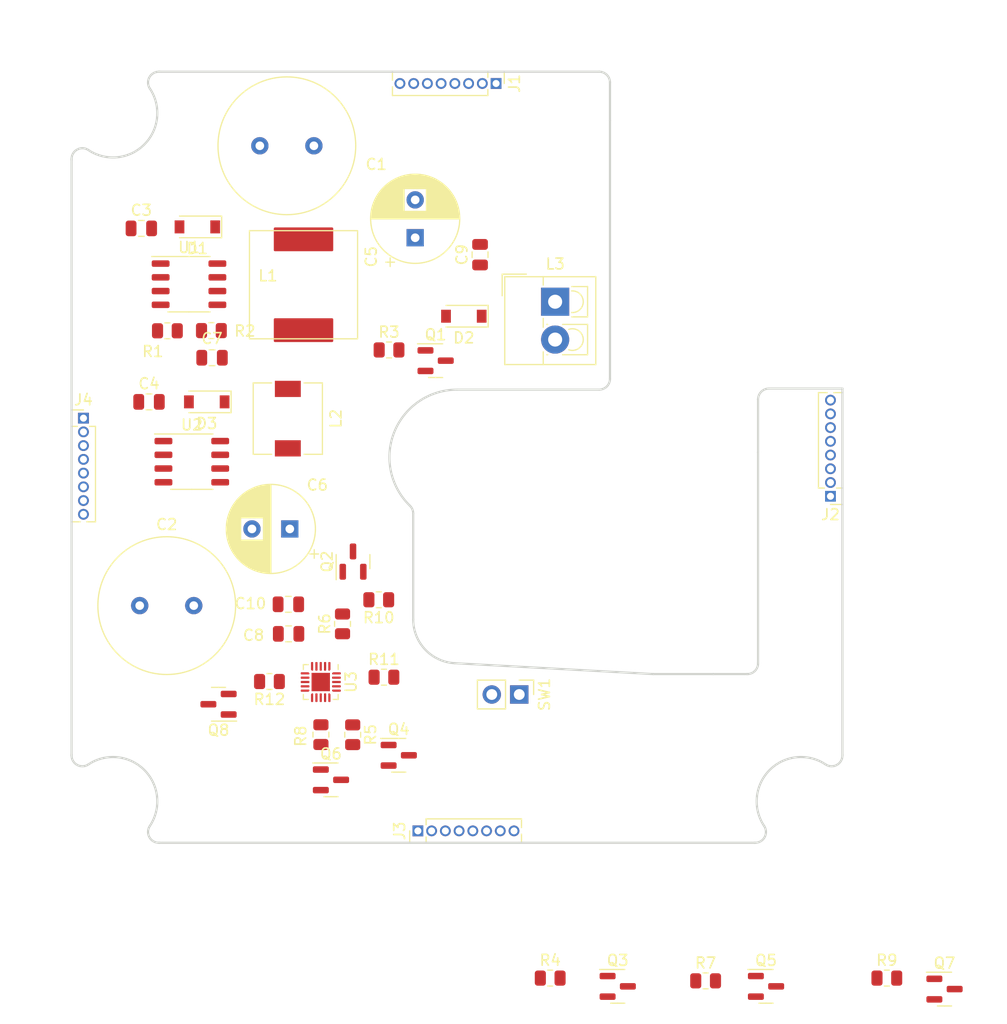
<source format=kicad_pcb>
(kicad_pcb (version 20211014) (generator pcbnew)
  (layers (0 "F.Cu" signal) (31 "B.Cu" signal) (34 "B.Paste" user) (35 "F.Paste" user) (36 "B.SilkS" user "B.Silkscreen") (37 "F.SilkS" user "F.Silkscreen") (38 "B.Mask" user) (39 "F.Mask" user) (44 "Edge.Cuts" user))
  (net 0 "")
  (net 1 "VBUS")
  (net 2 "GND")
  (net 3 "5V")
  (net 4 "24V")
  (net 5 "FB")
  (net 6 "LED0")
  (net 7 "R")
  (net 8 "B")
  (net 9 "SEL0")
  (net 10 "GDA")
  (net 11 "G")
  (net 12 "LED1")
  (net 13 "SEL1")
  (net 14 "LED2")
  (net 15 "SEL2")
  (net 16 "LED3")
  (net 17 "SEL3")
  (net 18 "SOL_EN")
  (net 19 "Net-(Q2-Pad1)")
  (net 20 "Net-(Q3-Pad1)")
  (net 21 "Net-(Q5-Pad1)")
  (net 22 "R_PWM")
  (net 23 "G_PWM")
  (net 24 "B_PWM")
  (net 25 "LED0_PWM")
  (net 26 "LED1_PWM")
  (net 27 "LED2_PWM")
  (net 28 "LED3_PWM")
  (net 30 "Net-(Q7-Pad1)")
  (net 31 "CAB_STATE")
  (net 32 "24V_EN")
  (net 33 "Net-(D2-Pad2)")
  (net 34 "UPDI")
  (net 35 "RxD")
  (net 36 "Net-(D3-Pad1)")
  (net 37 "Net-(Q1-Pad1)")
  (net 38 "Net-(R11-Pad1)")
  (net 39 "Net-(L1-Pad1)")
  (net 40 "Net-(R5-Pad2)")
  (net 41 "Net-(R8-Pad2)")
  (net 42 "Net-(R12-Pad2)")
  (footprint "Capacitor_SMD:C_0805_2012Metric" (layer "F.Cu") (at 78.9 95.38 180)
    (fp_text reference "C8" (at 3.24 -0.13) (layer "F.SilkS"))
    (fp_text value "1uF")
    (pad "1" smd roundrect (at -0.95 0 180) (size 1 1.45) (layers "F.Cu" "F.Paste" "F.Mask") (net 3 "5V"))
    (pad "2" smd roundrect (at 0.95 0 180) (size 1 1.45) (layers "F.Cu" "F.Paste" "F.Mask") (net 2 "GND"))
  )
  (footprint "Resistor_SMD:R_0805_2012Metric" (layer "F.Cu") (at 103.0975 127.214)
    (fp_text reference "R4" (at 0 -1.65) (layer "F.SilkS"))
    (fp_text value "1k")
    (pad "1" smd roundrect (at -0.9125 0) (size 1.025 1.4) (layers "F.Cu" "F.Paste" "F.Mask") (roundrect_rratio 0.243902) (net 22 "R_PWM"))
    (pad "2" smd roundrect (at 0.9125 0) (size 1.025 1.4) (layers "F.Cu" "F.Paste" "F.Mask") (roundrect_rratio 0.243902) (net 20 "Net-(Q3-Pad1)"))
  )
  (footprint "Package_DFN_QFN:VQFN-20-1EP_3x3mm_P0.4mm_EP1.7x1.7mm" (layer "F.Cu") (at 81.875 99.835 -90)
    (fp_text reference "U3" (at 0 -2.8 90) (layer "F.SilkS"))
    (fp_text value " ATTINY1616-MNR")
    (pad "1" smd custom (at -1.45 -0.8 270) (size 0.143431 0.143431) (layers "F.Cu" "F.Paste" "F.Mask") (net 18 "SOL_EN") (options (clearance outline) (anchor circle)) (primitives (gr_poly (pts (xy 0.35 0.000711) (xy 0.35 0.05) (xy -0.35 0.05) (xy -0.35 -0.05) (xy 0.299289 -0.05)) (width 0.1) (fill yes))))
    (pad "2" smd roundrect (at -1.45 -0.4 270) (size 0.8 0.2) (layers "F.Cu" "F.Paste" "F.Mask") (net 32 "24V_EN"))
    (pad "3" smd roundrect (at -1.45 0 270) (size 0.8 0.2) (layers "F.Cu" "F.Paste" "F.Mask") (net 2 "GND"))
    (pad "4" smd roundrect (at -1.45 0.4 270) (size 0.8 0.2) (layers "F.Cu" "F.Paste" "F.Mask") (net 3 "5V"))
    (pad "5" smd custom (at -1.45 0.8 270) (size 0.143431 0.143431) (layers "F.Cu" "F.Paste" "F.Mask") (net 24 "B_PWM") (options (clearance outline) (anchor circle)) (primitives (gr_poly (pts (xy 0.35 -0.000711) (xy 0.299289 0.05) (xy -0.35 0.05) (xy -0.35 -0.05) (xy 0.35 -0.05)) (width 0.1) (fill yes))))
    (pad "6" smd custom (at -0.8 1.45 270) (size 0.143431 0.143431) (layers "F.Cu" "F.Paste" "F.Mask") (net 22 "R_PWM") (options (clearance outline) (anchor circle)) (primitives (gr_poly (pts (xy 0.05 0.35) (xy -0.05 0.35) (xy -0.05 -0.299289) (xy 0.000711 -0.35) (xy 0.05 -0.35)) (width 0.1) (fill yes))))
    (pad "7" smd roundrect (at -0.4 1.45 270) (size 0.2 0.8) (layers "F.Cu" "F.Paste" "F.Mask") (net 23 "G_PWM"))
    (pad "8" smd roundrect (at 0 1.45 270) (size 0.2 0.8) (layers "F.Cu" "F.Paste" "F.Mask") (net 28 "LED3_PWM"))
    (pad "9" smd roundrect (at 0.4 1.45 270) (size 0.2 0.8) (layers "F.Cu" "F.Paste" "F.Mask"))
    (pad "10" smd custom (at 0.8 1.45 270) (size 0.143431 0.143431) (layers "F.Cu" "F.Paste" "F.Mask") (net 31 "CAB_STATE") (options (clearance outline) (anchor circle)) (primitives (gr_poly (pts (xy 0.05 -0.299289) (xy 0.05 0.35) (xy -0.05 0.35) (xy -0.05 -0.35) (xy -0.000711 -0.35)) (width 0.1) (fill yes))))
    (pad "11" smd custom (at 1.45 0.8 270) (size 0.143431 0.143431) (layers "F.Cu" "F.Paste" "F.Mask") (net 35 "RxD") (options (clearance outline) (anchor circle)) (primitives (gr_poly (pts (xy 0.35 0.05) (xy -0.299289 0.05) (xy -0.35 -0.000711) (xy -0.35 -0.05) (xy 0.35 -0.05)) (width 0.1) (fill yes))))
    (pad "12" smd roundrect (at 1.45 0.4 270) (size 0.8 0.2) (layers "F.Cu" "F.Paste" "F.Mask") (net 10 "GDA"))
    (pad "13" smd roundrect (at 1.45 0 270) (size 0.8 0.2) (layers "F.Cu" "F.Paste" "F.Mask") (net 27 "LED2_PWM"))
    (pad "14" smd roundrect (at 1.45 -0.4 270) (size 0.8 0.2) (layers "F.Cu" "F.Paste" "F.Mask") (net 26 "LED1_PWM"))
    (pad "15" smd custom (at 1.45 -0.8 270) (size 0.143431 0.143431) (layers "F.Cu" "F.Paste" "F.Mask") (net 9 "SEL0") (options (clearance outline) (anchor circle)) (primitives (gr_poly (pts (xy 0.35 0.05) (xy -0.35 0.05) (xy -0.35 0.000711) (xy -0.299289 -0.05) (xy 0.35 -0.05)) (width 0.1) (fill yes))))
    (pad "16" smd custom (at 0.8 -1.45 270) (size 0.143431 0.143431) (layers "F.Cu" "F.Paste" "F.Mask") (net 13 "SEL1") (options (clearance outline) (anchor circle)) (primitives (gr_poly (pts (xy 0.05 0.299289) (xy -0.000711 0.35) (xy -0.05 0.35) (xy -0.05 -0.35) (xy 0.05 -0.35)) (width 0.1) (fill yes))))
    (pad "17" smd roundrect (at 0.4 -1.45 270) (size 0.2 0.8) (layers "F.Cu" "F.Paste" "F.Mask") (net 15 "SEL2"))
    (pad "18" smd roundrect (at 0 -1.45 270) (size 0.2 0.8) (layers "F.Cu" "F.Paste" "F.Mask") (net 17 "SEL3"))
    (pad "19" smd roundrect (at -0.4 -1.45 270) (size 0.2 0.8) (layers "F.Cu" "F.Paste" "F.Mask") (net 38 "Net-(R11-Pad1)"))
    (pad "20" smd custom (at -0.8 -1.45 270) (size 0.143431 0.143431) (layers "F.Cu" "F.Paste" "F.Mask") (net 25 "LED0_PWM") (options (clearance outline) (anchor circle)) (primitives (gr_poly (pts (xy 0.05 0.35) (xy 0.000711 0.35) (xy -0.05 0.299289) (xy -0.05 -0.35) (xy 0.05 -0.35)) (width 0.1) (fill yes))))
    (pad "21" smd rect (at 0 0 270) (size 1.7 1.7) (layers "F.Cu" "F.Mask") (net 2 "GND"))
  )
  (footprint "Resistor_SMD:R_0805_2012Metric" (layer "F.Cu") (at 77.13 99.79 180)
    (fp_text reference "R12" (at 0 -1.65) (layer "F.SilkS"))
    (fp_text value "1k")
    (pad "1" smd roundrect (at -0.9125 0 180) (size 1.025 1.4) (layers "F.Cu" "F.Paste" "F.Mask") (roundrect_rratio 0.243902) (net 28 "LED3_PWM"))
    (pad "2" smd roundrect (at 0.9125 0 180) (size 1.025 1.4) (layers "F.Cu" "F.Paste" "F.Mask") (roundrect_rratio 0.243902) (net 42 "Net-(R12-Pad2)"))
  )
  (footprint "Capacitor_SMD:C_0805_2012Metric" (layer "F.Cu") (at 71.82 69.85 180)
    (fp_text reference "C7" (at 0 1.778) (layer "F.SilkS"))
    (fp_text value "680pF")
    (pad "1" smd roundrect (at -0.95 0 180) (size 1 1.45) (layers "F.Cu" "F.Paste" "F.Mask") (net 4 "24V"))
    (pad "2" smd roundrect (at 0.95 0 180) (size 1 1.45) (layers "F.Cu" "F.Paste" "F.Mask") (net 5 "FB"))
  )
  (footprint "Connector_PinHeader_1.27mm:PinHeader_1x08_P1.27mm_Vertical" (layer "F.Cu") (at 59.927669 75.436185)
    (fp_text reference "J4" (at 0 -1.695) (layer "F.SilkS"))
    (fp_text value "Conn_01x08_Female")
    (pad "1" thru_hole rect locked (at 0 0) (size 1 1) (drill 0.65) (layers *.Cu *.Mask) (net 16 "LED3"))
    (pad "2" thru_hole oval locked (at 0 1.27) (size 1 1) (drill 0.65) (layers *.Cu *.Mask) (net 7 "R"))
    (pad "3" thru_hole oval locked (at 0 2.54) (size 1 1) (drill 0.65) (layers *.Cu *.Mask) (net 8 "B"))
    (pad "4" thru_hole oval locked (at 0 3.81) (size 1 1) (drill 0.65) (layers *.Cu *.Mask) (net 17 "SEL3"))
    (pad "5" thru_hole oval locked (at 0 5.08) (size 1 1) (drill 0.65) (layers *.Cu *.Mask) (net 10 "GDA"))
    (pad "6" thru_hole oval locked (at 0 6.35) (size 1 1) (drill 0.65) (layers *.Cu *.Mask) (net 11 "G"))
    (pad "7" thru_hole oval locked (at 0 7.62) (size 1 1) (drill 0.65) (layers *.Cu *.Mask) (net 2 "GND"))
    (pad "8" thru_hole oval locked (at 0 8.89) (size 1 1) (drill 0.65) (layers *.Cu *.Mask) (net 1 "VBUS"))
  )
  (footprint "Resistor_SMD:R_0805_2012Metric" (layer "F.Cu") (at 117.472 127.468)
    (fp_text reference "R7" (at 0 -1.65) (layer "F.SilkS"))
    (fp_text value "1k")
    (pad "1" smd roundrect (at -0.9125 0) (size 1.025 1.4) (layers "F.Cu" "F.Paste" "F.Mask") (roundrect_rratio 0.243902) (net 23 "G_PWM"))
    (pad "2" smd roundrect (at 0.9125 0) (size 1.025 1.4) (layers "F.Cu" "F.Paste" "F.Mask") (roundrect_rratio 0.243902) (net 21 "Net-(Q5-Pad1)"))
  )
  (footprint "Package_SO:SOP-8_3.9x4.9mm_P1.27mm" (layer "F.Cu") (at 69.69 63.05)
    (fp_text reference "U1" (at 0 -3.4) (layer "F.SilkS"))
    (fp_text value "XL1509-ADJ")
    (pad "1" smd roundrect (at -2.625 -1.905) (size 1.65 0.6) (layers "F.Cu" "F.Paste" "F.Mask") (net 1 "VBUS"))
    (pad "2" smd roundrect (at -2.625 -0.635) (size 1.65 0.6) (layers "F.Cu" "F.Paste" "F.Mask") (net 39 "Net-(L1-Pad1)"))
    (pad "3" smd roundrect (at -2.625 0.635) (size 1.65 0.6) (layers "F.Cu" "F.Paste" "F.Mask") (net 5 "FB"))
    (pad "4" smd roundrect (at -2.625 1.905) (size 1.65 0.6) (layers "F.Cu" "F.Paste" "F.Mask") (net 32 "24V_EN"))
    (pad "5" smd roundrect (at 2.625 1.905) (size 1.65 0.6) (layers "F.Cu" "F.Paste" "F.Mask") (net 2 "GND"))
    (pad "6" smd roundrect (at 2.625 0.635) (size 1.65 0.6) (layers "F.Cu" "F.Paste" "F.Mask"))
    (pad "7" smd roundrect (at 2.625 -0.635) (size 1.65 0.6) (layers "F.Cu" "F.Paste" "F.Mask"))
    (pad "8" smd roundrect (at 2.625 -1.905) (size 1.65 0.6) (layers "F.Cu" "F.Paste" "F.Mask"))
  )
  (footprint "Resistor_SMD:R_0805_2012Metric" (layer "F.Cu") (at 87.24 92.23 180)
    (fp_text reference "R10" (at 0 -1.65) (layer "F.SilkS"))
    (fp_text value "50k")
    (pad "1" smd roundrect (at -0.9125 0 180) (size 1.025 1.4) (layers "F.Cu" "F.Paste" "F.Mask") (roundrect_rratio 0.243902) (net 31 "CAB_STATE"))
    (pad "2" smd roundrect (at 0.9125 0 180) (size 1.025 1.4) (layers "F.Cu" "F.Paste" "F.Mask") (roundrect_rratio 0.243902) (net 3 "5V"))
  )
  (footprint "Package_TO_SOT_SMD:SOT-23" (layer "F.Cu") (at 84.86 88.7 90)
    (fp_text reference "Q2" (at 0 -2.4 90) (layer "F.SilkS"))
    (fp_text value "S8550")
    (pad "1" smd roundrect (at -0.9375 -0.95 90) (size 1.475 0.6) (layers "F.Cu" "F.Paste" "F.Mask") (net 19 "Net-(Q2-Pad1)"))
    (pad "2" smd roundrect (at -0.9375 0.95 90) (size 1.475 0.6) (layers "F.Cu" "F.Paste" "F.Mask") (net 3 "5V"))
    (pad "3" smd roundrect (at 0.9375 0 90) (size 1.475 0.6) (layers "F.Cu" "F.Paste" "F.Mask") (net 6 "LED0"))
  )
  (footprint "Connector_PinHeader_1.27mm:PinHeader_1x08_P1.27mm_Vertical" (layer "F.Cu") (at 129.021714 82.658872 180)
    (fp_text reference "J2" (at 0 -1.695) (layer "F.SilkS"))
    (fp_text value "Conn_01x08_Female")
    (pad "1" thru_hole rect locked (at 0 0 180) (size 1 1) (drill 0.65) (layers *.Cu *.Mask) (net 12 "LED1"))
    (pad "2" thru_hole oval locked (at 0 1.27 180) (size 1 1) (drill 0.65) (layers *.Cu *.Mask) (net 7 "R"))
    (pad "3" thru_hole oval locked (at 0 2.54 180) (size 1 1) (drill 0.65) (layers *.Cu *.Mask) (net 8 "B"))
    (pad "4" thru_hole oval locked (at 0 3.81 180) (size 1 1) (drill 0.65) (layers *.Cu *.Mask) (net 13 "SEL1"))
    (pad "5" thru_hole oval locked (at 0 5.08 180) (size 1 1) (drill 0.65) (layers *.Cu *.Mask) (net 10 "GDA"))
    (pad "6" thru_hole oval locked (at 0 6.35 180) (size 1 1) (drill 0.65) (layers *.Cu *.Mask) (net 11 "G"))
    (pad "7" thru_hole oval locked (at 0 7.62 180) (size 1 1) (drill 0.65) (layers *.Cu *.Mask) (net 2 "GND"))
    (pad "8" thru_hole oval locked (at 0 8.89 180) (size 1 1) (drill 0.65) (layers *.Cu *.Mask) (net 1 "VBUS"))
  )
  (footprint "Capacitor_SMD:C_0805_2012Metric" (layer "F.Cu") (at 65.99 73.93)
    (fp_text reference "C4" (at 0 -1.68) (layer "F.SilkS"))
    (fp_text value "1uF")
    (pad "1" smd roundrect (at -0.95 0) (size 1 1.45) (layers "F.Cu" "F.Paste" "F.Mask") (net 1 "VBUS"))
    (pad "2" smd roundrect (at 0.95 0) (size 1 1.45) (layers "F.Cu" "F.Paste" "F.Mask") (net 2 "GND"))
  )
  (footprint "Resistor_SMD:R_0805_2012Metric" (layer "F.Cu") (at 71.76 67.34)
    (fp_text reference "R2" (at 3.1 0.04) (layer "F.SilkS"))
    (fp_text value "50k")
    (pad "1" smd roundrect (at -0.9125 0) (size 1.025 1.4) (layers "F.Cu" "F.Paste" "F.Mask") (roundrect_rratio 0.243902) (net 5 "FB"))
    (pad "2" smd roundrect (at 0.9125 0) (size 1.025 1.4) (layers "F.Cu" "F.Paste" "F.Mask") (roundrect_rratio 0.243902) (net 4 "24V"))
  )
  (footprint "Inductor_SMD:L_6.3x6.3_H3" (layer "F.Cu") (at 78.83 75.48 -90)
    (fp_text reference "L2" (at 0 -4.45 90) (layer "F.SilkS"))
    (fp_text value "68uH")
    (pad "1" smd rect (at -2.75 0 270) (size 1.5 2.4) (layers "F.Cu" "F.Paste" "F.Mask") (net 36 "Net-(D3-Pad1)"))
    (pad "2" smd rect (at 2.75 0 270) (size 1.5 2.4) (layers "F.Cu" "F.Paste" "F.Mask") (net 3 "5V"))
  )
  (footprint "TerminalBlock_4Ucon:TerminalBlock_4Ucon_1x02_P3.50mm_Vertical" (layer "F.Cu") (at 103.555 64.67 -90)
    (fp_text reference "L3" (at -3.49 -0.005) (layer "F.SilkS"))
    (fp_text value "Solenoid")
    (pad "1" thru_hole rect (at 0 0 270) (size 2.6 2.6) (drill 1.3) (layers *.Cu *.Mask) (net 4 "24V"))
    (pad "2" thru_hole circle (at 3.5 0 270) (size 2.6 2.6) (drill 1.3) (layers *.Cu *.Mask) (net 33 "Net-(D2-Pad2)"))
  )
  (footprint "Capacitor_SMD:C_0805_2012Metric" (layer "F.Cu") (at 96.61 60.32 90)
    (fp_text reference "C9" (at 0 -1.68 90) (layer "F.SilkS"))
    (fp_text value "1uF")
    (pad "1" smd roundrect (at -0.95 0 90) (size 1 1.45) (layers "F.Cu" "F.Paste" "F.Mask") (net 4 "24V"))
    (pad "2" smd roundrect (at 0.95 0 90) (size 1 1.45) (layers "F.Cu" "F.Paste" "F.Mask") (net 2 "GND"))
  )
  (footprint "Package_TO_SOT_SMD:SOT-23" (layer "F.Cu") (at 92.5 70.12)
    (fp_text reference "Q1" (at 0 -2.4) (layer "F.SilkS"))
    (fp_text value "SI2308A")
    (pad "1" smd roundrect (at -0.9375 -0.95) (size 1.475 0.6) (layers "F.Cu" "F.Paste" "F.Mask") (net 37 "Net-(Q1-Pad1)"))
    (pad "2" smd roundrect (at -0.9375 0.95) (size 1.475 0.6) (layers "F.Cu" "F.Paste" "F.Mask") (net 2 "GND"))
    (pad "3" smd roundrect (at 0.9375 0) (size 1.475 0.6) (layers "F.Cu" "F.Paste" "F.Mask") (net 33 "Net-(D2-Pad2)"))
  )
  (footprint "Diode_SMD:D_SOD-123" (layer "F.Cu") (at 95.11 66.01 180)
    (fp_text reference "D2" (at 0 -2) (layer "F.SilkS"))
    (fp_text value "40V")
    (pad "1" smd rect (at -1.65 0 180) (size 0.9 1.2) (layers "F.Cu" "F.Paste" "F.Mask") (net 4 "24V"))
    (pad "2" smd rect (at 1.65 0 180) (size 0.9 1.2) (layers "F.Cu" "F.Paste" "F.Mask") (net 33 "Net-(D2-Pad2)"))
  )
  (footprint "Package_SO:SOP-8_3.9x4.9mm_P1.27mm" (layer "F.Cu") (at 69.95 79.46)
    (fp_text reference "U2" (at 0 -3.4) (layer "F.SilkS"))
    (fp_text value "XL1509-5.0")
    (pad "1" smd roundrect (at -2.625 -1.905) (size 1.65 0.6) (layers "F.Cu" "F.Paste" "F.Mask") (net 1 "VBUS"))
    (pad "2" smd roundrect (at -2.625 -0.635) (size 1.65 0.6) (layers "F.Cu" "F.Paste" "F.Mask") (net 36 "Net-(D3-Pad1)"))
    (pad "3" smd roundrect (at -2.625 0.635) (size 1.65 0.6) (layers "F.Cu" "F.Paste" "F.Mask") (net 3 "5V"))
    (pad "4" smd roundrect (at -2.625 1.905) (size 1.65 0.6) (layers "F.Cu" "F.Paste" "F.Mask") (net 2 "GND"))
    (pad "5" smd roundrect (at 2.625 1.905) (size 1.65 0.6) (layers "F.Cu" "F.Paste" "F.Mask") (net 2 "GND"))
    (pad "6" smd roundrect (at 2.625 0.635) (size 1.65 0.6) (layers "F.Cu" "F.Paste" "F.Mask"))
    (pad "7" smd roundrect (at 2.625 -0.635) (size 1.65 0.6) (layers "F.Cu" "F.Paste" "F.Mask"))
    (pad "8" smd roundrect (at 2.625 -1.905) (size 1.65 0.6) (layers "F.Cu" "F.Paste" "F.Mask"))
  )
  (footprint "Resistor_SMD:R_0805_2012Metric" (layer "F.Cu") (at 87.72 99.39)
    (fp_text reference "R11" (at 0 -1.65) (layer "F.SilkS"))
    (fp_text value "4.7k")
    (pad "1" smd roundrect (at -0.9125 0) (size 1.025 1.4) (layers "F.Cu" "F.Paste" "F.Mask") (roundrect_rratio 0.243902) (net 38 "Net-(R11-Pad1)"))
    (pad "2" smd roundrect (at 0.9125 0) (size 1.025 1.4) (layers "F.Cu" "F.Paste" "F.Mask") (roundrect_rratio 0.243902) (net 34 "UPDI"))
  )
  (footprint "Capacitor_THT:CP_Radial_D8.0mm_P3.50mm" (layer "F.Cu") (at 90.61 58.752651 90)
    (fp_text reference "C5" (at -1.757349 -4.07 90) (layer "F.SilkS"))
    (fp_text value "220uF")
    (pad "1" thru_hole rect (at 0 0 90) (size 1.6 1.6) (drill 0.8) (layers *.Cu *.Mask) (net 4 "24V"))
    (pad "2" thru_hole circle (at 3.5 0 90) (size 1.6 1.6) (drill 0.8) (layers *.Cu *.Mask) (net 2 "GND"))
  )
  (footprint "StackCabinet:YNR1050-470M" (layer "F.Cu") (at 80.28 63.1)
    (fp_text reference "L1" (at -3.29 -0.83 unlocked) (layer "F.SilkS"))
    (fp_text value "47uH")
    (pad "1" smd roundrect (at 0 -4.2) (size 5.5 2.2) (layers "F.Cu" "F.Paste" "F.Mask") (roundrect_rratio 0.05) (net 39 "Net-(L1-Pad1)"))
    (pad "2" smd roundrect (at 0 4.2) (size 5.5 2.2) (layers "F.Cu" "F.Paste" "F.Mask") (roundrect_rratio 0.05) (net 4 "24V"))
  )
  (footprint "Package_TO_SOT_SMD:SOT-23" (layer "F.Cu") (at 89.09 106.61)
    (fp_text reference "Q4" (at 0 -2.4) (layer "F.SilkS"))
    (fp_text value "S8550")
    (pad "1" smd roundrect (at -0.9375 -0.95) (size 1.475 0.6) (layers "F.Cu" "F.Paste" "F.Mask") (net 40 "Net-(R5-Pad2)"))
    (pad "2" smd roundrect (at -0.9375 0.95) (size 1.475 0.6) (layers "F.Cu" "F.Paste" "F.Mask") (net 3 "5V"))
    (pad "3" smd roundrect (at 0.9375 0) (size 1.475 0.6) (layers "F.Cu" "F.Paste" "F.Mask") (net 12 "LED1"))
  )
  (footprint "Diode_SMD:D_SOD-123" (layer "F.Cu") (at 70.46 57.75 180)
    (fp_text reference "D1" (at 0 -2) (layer "F.SilkS"))
    (fp_text value "40V")
    (pad "1" smd rect (at -1.65 0 180) (size 0.9 1.2) (layers "F.Cu" "F.Paste" "F.Mask") (net 39 "Net-(L1-Pad1)"))
    (pad "2" smd rect (at 1.65 0 180) (size 0.9 1.2) (layers "F.Cu" "F.Paste" "F.Mask") (net 2 "GND"))
  )
  (footprint "Resistor_SMD:R_0805_2012Metric" (layer "F.Cu") (at 67.69 67.36)
    (fp_text reference "R1" (at -1.35 1.91) (layer "F.SilkS"))
    (fp_text value "2.7k")
    (pad "1" smd roundrect (at -0.9125 0) (size 1.025 1.4) (layers "F.Cu" "F.Paste" "F.Mask") (roundrect_rratio 0.243902) (net 2 "GND"))
    (pad "2" smd roundrect (at 0.9125 0) (size 1.025 1.4) (layers "F.Cu" "F.Paste" "F.Mask") (roundrect_rratio 0.243902) (net 5 "FB"))
  )
  (footprint "Package_TO_SOT_SMD:SOT-23" (layer "F.Cu") (at 123.06 127.976)
    (fp_text reference "Q5" (at 0 -2.4) (layer "F.SilkS"))
    (fp_text value "BC817-40,215")
    (pad "1" smd roundrect (at -0.9375 -0.95) (size 1.475 0.6) (layers "F.Cu" "F.Paste" "F.Mask") (net 21 "Net-(Q5-Pad1)"))
    (pad "2" smd roundrect (at -0.9375 0.95) (size 1.475 0.6) (layers "F.Cu" "F.Paste" "F.Mask") (net 2 "GND"))
    (pad "3" smd roundrect (at 0.9375 0) (size 1.475 0.6) (layers "F.Cu" "F.Paste" "F.Mask") (net 11 "G"))
  )
  (footprint "Resistor_SMD:R_0805_2012Metric" (layer "F.Cu") (at 88.19 69.13)
    (fp_text reference "R3" (at 0 -1.65) (layer "F.SilkS"))
    (fp_text value "1k")
    (pad "1" smd roundrect (at -0.9125 0) (size 1.025 1.4) (layers "F.Cu" "F.Paste" "F.Mask") (roundrect_rratio 0.243902) (net 18 "SOL_EN"))
    (pad "2" smd roundrect (at 0.9125 0) (size 1.025 1.4) (layers "F.Cu" "F.Paste" "F.Mask") (roundrect_rratio 0.243902) (net 37 "Net-(Q1-Pad1)"))
  )
  (footprint "Package_TO_SOT_SMD:SOT-23" (layer "F.Cu") (at 109.344 127.976)
    (fp_text reference "Q3" (at 0 -2.4) (layer "F.SilkS"))
    (fp_text value "BC817-40,215")
    (pad "1" smd roundrect (at -0.9375 -0.95) (size 1.475 0.6) (layers "F.Cu" "F.Paste" "F.Mask") (net 20 "Net-(Q3-Pad1)"))
    (pad "2" smd roundrect (at -0.9375 0.95) (size 1.475 0.6) (layers "F.Cu" "F.Paste" "F.Mask") (net 2 "GND"))
    (pad "3" smd roundrect (at 0.9375 0) (size 1.475 0.6) (layers "F.Cu" "F.Paste" "F.Mask") (net 7 "R"))
  )
  (footprint "Package_TO_SOT_SMD:SOT-23" (layer "F.Cu") (at 139.57 128.23)
    (fp_text reference "Q7" (at 0 -2.4) (layer "F.SilkS"))
    (fp_text value "BC817-40,215")
    (pad "1" smd roundrect (at -0.9375 -0.95) (size 1.475 0.6) (layers "F.Cu" "F.Paste" "F.Mask") (net 30 "Net-(Q7-Pad1)"))
    (pad "2" smd roundrect (at -0.9375 0.95) (size 1.475 0.6) (layers "F.Cu" "F.Paste" "F.Mask") (net 2 "GND"))
    (pad "3" smd roundrect (at 0.9375 0) (size 1.475 0.6) (layers "F.Cu" "F.Paste" "F.Mask") (net 8 "B"))
  )
  (footprint "Capacitor_SMD:C_0805_2012Metric" (layer "F.Cu") (at 65.28 57.89)
    (fp_text reference "C3" (at 0 -1.68) (layer "F.SilkS"))
    (fp_text value "1uF")
    (pad "1" smd roundrect (at -0.95 0) (size 1 1.45) (layers "F.Cu" "F.Paste" "F.Mask") (net 1 "VBUS"))
    (pad "2" smd roundrect (at 0.95 0) (size 1 1.45) (layers "F.Cu" "F.Paste" "F.Mask") (net 2 "GND"))
  )
  (footprint "Connector_PinHeader_1.27mm:PinHeader_1x08_P1.27mm_Vertical" (layer "F.Cu") (at 90.86 113.6 90)
    (fp_text reference "J3" (at 0 -1.695 90) (layer "F.SilkS"))
    (fp_text value "Conn_01x08_Female")
    (pad "1" thru_hole rect locked (at 0 0 90) (size 1 1) (drill 0.65) (layers *.Cu *.Mask) (net 14 "LED2"))
    (pad "2" thru_hole oval locked (at 0 1.27 90) (size 1 1) (drill 0.65) (layers *.Cu *.Mask) (net 7 "R"))
    (pad "3" thru_hole oval locked (at 0 2.54 90) (size 1 1) (drill 0.65) (layers *.Cu *.Mask) (net 8 "B"))
    (pad "4" thru_hole oval locked (at 0 3.81 90) (size 1 1) (drill 0.65) (layers *.Cu *.Mask) (net 15 "SEL2"))
    (pad "5" thru_hole oval locked (at 0 5.08 90) (size 1 1) (drill 0.65) (layers *.Cu *.Mask) (net 10 "GDA"))
    (pad "6" thru_hole oval locked (at 0 6.35 90) (size 1 1) (drill 0.65) (layers *.Cu *.Mask) (net 11 "G"))
    (pad "7" thru_hole oval locked (at 0 7.62 90) (size 1 1) (drill 0.65) (layers *.Cu *.Mask) (net 2 "GND"))
    (pad "8" thru_hole oval locked (at 0 8.89 90) (size 1 1) (drill 0.65) (layers *.Cu *.Mask) (net 1 "VBUS"))
  )
  (footprint "Connector_PinHeader_2.54mm:PinHeader_1x02_P2.54mm_Vertical" (layer "F.Cu") (at 100.235 100.99 -90)
    (fp_text reference "SW1" (at 0 -2.33 90) (layer "F.SilkS"))
    (fp_text value "SW_Push")
    (pad "1" thru_hole rect (at 0 0 270) (size 1.7 1.7) (drill 1) (layers *.Cu *.Mask) (net 2 "GND"))
    (pad "2" thru_hole oval (at 0 2.54 270) (size 1.7 1.7) (drill 1) (layers *.Cu *.Mask) (net 31 "CAB_STATE"))
  )
  (footprint "Capacitor_THT:C_Radial_D12.5mm_H20.0mm_P5.00mm" (layer "F.Cu") (at 65.13 92.77)
    (fp_text reference "C2" (at 2.5 -7.5) (layer "F.SilkS"))
    (fp_text value "470uF")
    (pad "1" thru_hole circle (at 0 0) (size 1.6 1.6) (drill 0.8) (layers *.Cu *.Mask) (net 1 "VBUS"))
    (pad "2" thru_hole circle (at 5 0) (size 1.6 1.6) (drill 0.8) (layers *.Cu *.Mask) (net 2 "GND"))
  )
  (footprint "Package_TO_SOT_SMD:SOT-23" (layer "F.Cu") (at 72.42 101.89 180)
    (fp_text reference "Q8" (at 0 -2.4) (layer "F.SilkS"))
    (fp_text value "S8550")
    (pad "1" smd roundrect (at -0.9375 -0.95 180) (size 1.475 0.6) (layers "F.Cu" "F.Paste" "F.Mask") (net 42 "Net-(R12-Pad2)"))
    (pad "2" smd roundrect (at -0.9375 0.95 180) (size 1.475 0.6) (layers "F.Cu" "F.Paste" "F.Mask") (net 3 "5V"))
    (pad "3" smd roundrect (at 0.9375 0 180) (size 1.475 0.6) (layers "F.Cu" "F.Paste" "F.Mask") (net 16 "LED3"))
  )
  (footprint "Capacitor_THT:CP_Radial_D8.0mm_P3.50mm" (layer "F.Cu") (at 79.012651 85.68 180)
    (fp_text reference "C6" (at -2.547349 4.06) (layer "F.SilkS"))
    (fp_text value "180uF")
    (pad "1" thru_hole rect (at 0 0 180) (size 1.6 1.6) (drill 0.8) (layers *.Cu *.Mask) (net 3 "5V"))
    (pad "2" thru_hole circle (at 3.5 0 180) (size 1.6 1.6) (drill 0.8) (layers *.Cu *.Mask) (net 2 "GND"))
  )
  (footprint "Connector_PinHeader_1.27mm:PinHeader_1x08_P1.27mm_Vertical" (layer "F.Cu") (at 98.09 44.49 -90)
    (fp_text reference "J1" (at 0 -1.695 90) (layer "F.SilkS"))
    (fp_text value "Conn_01x08_Female")
    (pad "1" thru_hole rect locked (at 0 0 270) (size 1 1) (drill 0.65) (layers *.Cu *.Mask) (net 6 "LED0"))
    (pad "2" thru_hole oval locked (at 0 1.27 270) (size 1 1) (drill 0.65) (layers *.Cu *.Mask) (net 7 "R"))
    (pad "3" thru_hole oval locked (at 0 2.54 270) (size 1 1) (drill 0.65) (layers *.Cu *.Mask) (net 8 "B"))
    (pad "4" thru_hole oval locked (at 0 3.81 270) (size 1 1) (drill 0.65) (layers *.Cu *.Mask) (net 9 "SEL0"))
    (pad "5" thru_hole oval locked (at 0 5.08 270) (size 1 1) (drill 0.65) (layers *.Cu *.Mask) (net 10 "GDA"))
    (pad "6" thru_hole oval locked (at 0 6.35 270) (size 1 1) (drill 0.65) (layers *.Cu *.Mask) (net 11 "G"))
    (pad "7" thru_hole oval locked (at 0 7.62 270) (size 1 1) (drill 0.65) (layers *.Cu *.Mask) (net 2 "GND"))
    (pad "8" thru_hole oval locked (at 0 8.89 270) (size 1 1) (drill 0.65) (layers *.Cu *.Mask) (net 1 "VBUS"))
  )
  (footprint "Resistor_SMD:R_0805_2012Metric" (layer "F.Cu") (at 84.83 104.71 -90)
    (fp_text reference "R5" (at 0 -1.65 90) (layer "F.SilkS"))
    (fp_text value "1k")
    (pad "1" smd roundrect (at -0.9125 0 270) (size 1.025 1.4) (layers "F.Cu" "F.Paste" "F.Mask") (roundrect_rratio 0.243902) (net 26 "LED1_PWM"))
    (pad "2" smd roundrect (at 0.9125 0 270) (size 1.025 1.4) (layers "F.Cu" "F.Paste" "F.Mask") (roundrect_rratio 0.243902) (net 40 "Net-(R5-Pad2)"))
  )
  (footprint "Capacitor_SMD:C_0805_2012Metric" (layer "F.Cu") (at 78.88 92.65 180)
    (fp_text reference "C10" (at 3.51 0.07) (layer "F.SilkS"))
    (fp_text value "0.1uF")
    (pad "1" smd roundrect (at -0.95 0 180) (size 1 1.45) (layers "F.Cu" "F.Paste" "F.Mask") (net 3 "5V"))
    (pad "2" smd roundrect (at 0.95 0 180) (size 1 1.45) (layers "F.Cu" "F.Paste" "F.Mask") (net 2 "GND"))
  )
  (footprint "Resistor_SMD:R_0805_2012Metric" (layer "F.Cu") (at 83.89 94.46 90)
    (fp_text reference "R6" (at 0 -1.65 90) (layer "F.SilkS"))
    (fp_text value "1k")
    (pad "1" smd roundrect (at -0.9125 0 90) (size 1.025 1.4) (layers "F.Cu" "F.Paste" "F.Mask") (roundrect_rratio 0.243902) (net 25 "LED0_PWM"))
    (pad "2" smd roundrect (at 0.9125 0 90) (size 1.025 1.4) (layers "F.Cu" "F.Paste" "F.Mask") (roundrect_rratio 0.243902) (net 19 "Net-(Q2-Pad1)"))
  )
  (footprint "Capacitor_THT:C_Radial_D12.5mm_H20.0mm_P5.00mm" (layer "F.Cu") (at 76.24 50.25)
    (fp_text reference "C1" (at 10.77 1.72) (layer "F.SilkS"))
    (fp_text value "470uF")
    (pad "1" thru_hole circle (at 0 0) (size 1.6 1.6) (drill 0.8) (layers *.Cu *.Mask) (net 1 "VBUS"))
    (pad "2" thru_hole circle (at 5 0) (size 1.6 1.6) (drill 0.8) (layers *.Cu *.Mask) (net 2 "GND"))
  )
  (footprint "Resistor_SMD:R_0805_2012Metric" (layer "F.Cu") (at 134.236 127.214)
    (fp_text reference "R9" (at 0 -1.65) (layer "F.SilkS"))
    (fp_text value "1k")
    (pad "1" smd roundrect (at -0.9125 0) (size 1.025 1.4) (layers "F.Cu" "F.Paste" "F.Mask") (roundrect_rratio 0.243902) (net 24 "B_PWM"))
    (pad "2" smd roundrect (at 0.9125 0) (size 1.025 1.4) (layers "F.Cu" "F.Paste" "F.Mask") (roundrect_rratio 0.243902) (net 30 "Net-(Q7-Pad1)"))
  )
  (footprint "Resistor_SMD:R_0805_2012Metric" (layer "F.Cu") (at 81.89 104.7 -90)
    (fp_text reference "R8" (at 0.14 1.87 90) (layer "F.SilkS"))
    (fp_text value "1k")
    (pad "1" smd roundrect (at -0.9125 0 270) (size 1.025 1.4) (layers "F.Cu" "F.Paste" "F.Mask") (roundrect_rratio 0.243902) (net 27 "LED2_PWM"))
    (pad "2" smd roundrect (at 0.9125 0 270) (size 1.025 1.4) (layers "F.Cu" "F.Paste" "F.Mask") (roundrect_rratio 0.243902) (net 41 "Net-(R8-Pad2)"))
  )
  (footprint "Package_TO_SOT_SMD:SOT-23" (layer "F.Cu") (at 82.82 108.88)
    (fp_text reference "Q6" (at 0 -2.4) (layer "F.SilkS"))
    (fp_text value "S8550")
    (pad "1" smd roundrect (at -0.9375 -0.95) (size 1.475 0.6) (layers "F.Cu" "F.Paste" "F.Mask") (net 41 "Net-(R8-Pad2)"))
    (pad "2" smd roundrect (at -0.9375 0.95) (size 1.475 0.6) (layers "F.Cu" "F.Paste" "F.Mask") (net 3 "5V"))
    (pad "3" smd roundrect (at 0.9375 0) (size 1.475 0.6) (layers "F.Cu" "F.Paste" "F.Mask") (net 14 "LED2"))
  )
  (footprint "Diode_SMD:D_SOD-123" (layer "F.Cu") (at 71.33 73.93 180)
    (fp_text reference "D3" (at 0 -2) (layer "F.SilkS"))
    (fp_text value "40V")
    (pad "1" smd rect (at -1.65 0 180) (size 0.9 1.2) (layers "F.Cu" "F.Paste" "F.Mask") (net 36 "Net-(D3-Pad1)"))
    (pad "2" smd rect (at 1.65 0 180) (size 0.9 1.2) (layers "F.Cu" "F.Paste" "F.Mask") (net 2 "GND"))
  )
  (gr_line locked (start 107.626777 43.4) (end 66.976777 43.4) (layer "Edge.Cuts") (width 0.2))
  (gr_line locked (start 66.976777 114.7) (end 121.976777 114.7) (layer "Edge.Cuts") (width 0.2))
  (gr_arc locked (start 66.889134 114.699529) (mid 66.015643 114.166613) (end 66.067944 113.144727) (layer "Edge.Cuts") (width 0.2))
  (gr_line locked (start 121.976777 114.7) (end 122.06442 114.699529) (layer "Edge.Cuts") (width 0.2))
  (gr_arc locked (start 130.126306 106.637643) (mid 129.593394 107.511134) (end 128.571504 107.458833) (layer "Edge.Cuts") (width 0.2))
  (gr_arc locked (start 122.88561 113.144727) (mid 123.39744 107.970663) (end 128.571504 107.458833) (layer "Edge.Cuts") (width 0.2))
  (gr_line locked (start 58.826777 106.55) (end 58.827248 106.637643) (layer "Edge.Cuts") (width 0.2))
  (gr_arc locked (start 122.88561 113.144727) (mid 122.937921 114.166622) (end 122.06442 114.699529) (layer "Edge.Cuts") (width 0.2))
  (gr_line locked (start 130.126777 106.55) (end 130.126777 72.7) (layer "Edge.Cuts") (width 0.2))
  (gr_line locked (start 94.476777 72.8) (end 107.626777 72.8) (layer "Edge.Cuts") (width 0.2))
  (gr_line locked (start 108.626777 47.9) (end 108.626777 44.4) (layer "Edge.Cuts") (width 0.2))
  (gr_line locked (start 118.195596 99.1) (end 112.63055 99.1) (layer "Edge.Cuts") (width 0.2))
  (gr_arc locked (start 94.255367 98.093943) (mid 91.535756 96.834402) (end 90.426777 94.05) (layer "Edge.Cuts") (width 0.2))
  (gr_line locked (start 121.326777 99.1) (end 118.195596 99.1) (layer "Edge.Cuts") (width 0.2))
  (gr_arc locked (start 107.626777 43.4) (mid 108.333884 43.692893) (end 108.626777 44.4) (layer "Edge.Cuts") (width 0.2))
  (gr_line locked (start 90.426777 94.05) (end 90.426777 84.251923) (layer "Edge.Cuts") (width 0.2))
  (gr_line locked (start 66.889134 114.699529) (end 66.976777 114.7) (layer "Edge.Cuts") (width 0.2))
  (gr_arc locked (start 90.123329 83.534416) (mid 88.684968 76.701075) (end 94.476777 72.8) (layer "Edge.Cuts") (width 0.2))
  (gr_arc locked (start 66.067944 44.955273) (mid 66.015644 43.933388) (end 66.889134 43.400471) (layer "Edge.Cuts") (width 0.2))
  (gr_arc locked (start 66.067944 44.955273) (mid 65.55611 50.129333) (end 60.38205 50.641167) (layer "Edge.Cuts") (width 0.2))
  (gr_arc locked (start 58.827248 51.462357) (mid 59.360164 50.588866) (end 60.38205 50.641167) (layer "Edge.Cuts") (width 0.2))
  (gr_line locked (start 122.326777 78.6) (end 122.326777 98.1) (layer "Edge.Cuts") (width 0.2))
  (gr_line locked (start 66.976777 43.4) (end 66.889134 43.400471) (layer "Edge.Cuts") (width 0.2))
  (gr_line locked (start 112.63055 99.1) (end 94.255367 98.093943) (layer "Edge.Cuts") (width 0.2))
  (gr_arc locked (start 90.123329 83.534416) (mid 90.347796 83.862405) (end 90.426777 84.251923) (layer "Edge.Cuts") (width 0.2))
  (gr_line locked (start 122.326777 73.7) (end 122.326777 78.6) (layer "Edge.Cuts") (width 0.2))
  (gr_line locked (start 130.126306 106.637643) (end 130.126777 106.55) (layer "Edge.Cuts") (width 0.2))
  (gr_arc locked (start 60.38205 107.458833) (mid 59.360165 107.511133) (end 58.827248 106.637643) (layer "Edge.Cuts") (width 0.2))
  (gr_arc locked (start 60.38205 107.458833) (mid 65.55611 107.970667) (end 66.067944 113.144727) (layer "Edge.Cuts") (width 0.2))
  (gr_arc locked (start 122.326777 73.7) (mid 122.61967 72.992893) (end 123.326777 72.7) (layer "Edge.Cuts") (width 0.2))
  (gr_line locked (start 58.827248 51.462357) (end 58.826777 51.55) (layer "Edge.Cuts") (width 0.2))
  (gr_arc locked (start 122.326777 98.1) (mid 122.033884 98.807107) (end 121.326777 99.1) (layer "Edge.Cuts") (width 0.2))
  (gr_line locked (start 130.126777 72.7) (end 123.326777 72.7) (layer "Edge.Cuts") (width 0.2))
  (gr_arc locked (start 108.626777 71.8) (mid 108.333884 72.507107) (end 107.626777 72.8) (layer "Edge.Cuts") (width 0.2))
  (gr_line locked (start 108.626777 71.8) (end 108.626777 47.9) (layer "Edge.Cuts") (width 0.2))
  (gr_line locked (start 58.826777 51.55) (end 58.826777 106.55) (layer "Edge.Cuts") (width 0.2))
)
</source>
